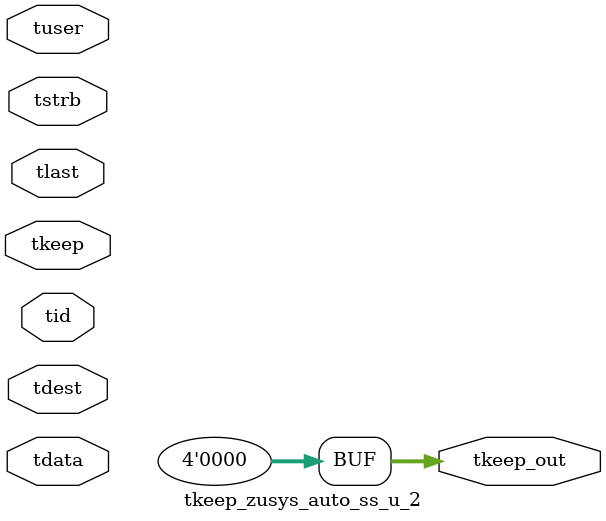
<source format=v>


`timescale 1ps/1ps

module tkeep_zusys_auto_ss_u_2 #
(
parameter C_S_AXIS_TDATA_WIDTH = 32,
parameter C_S_AXIS_TUSER_WIDTH = 0,
parameter C_S_AXIS_TID_WIDTH   = 0,
parameter C_S_AXIS_TDEST_WIDTH = 0,
parameter C_M_AXIS_TDATA_WIDTH = 32
)
(
input  [(C_S_AXIS_TDATA_WIDTH == 0 ? 1 : C_S_AXIS_TDATA_WIDTH)-1:0     ] tdata,
input  [(C_S_AXIS_TUSER_WIDTH == 0 ? 1 : C_S_AXIS_TUSER_WIDTH)-1:0     ] tuser,
input  [(C_S_AXIS_TID_WIDTH   == 0 ? 1 : C_S_AXIS_TID_WIDTH)-1:0       ] tid,
input  [(C_S_AXIS_TDEST_WIDTH == 0 ? 1 : C_S_AXIS_TDEST_WIDTH)-1:0     ] tdest,
input  [(C_S_AXIS_TDATA_WIDTH/8)-1:0 ] tkeep,
input  [(C_S_AXIS_TDATA_WIDTH/8)-1:0 ] tstrb,
input                                                                    tlast,
output [(C_M_AXIS_TDATA_WIDTH/8)-1:0 ] tkeep_out
);

assign tkeep_out = {1'b0};

endmodule


</source>
